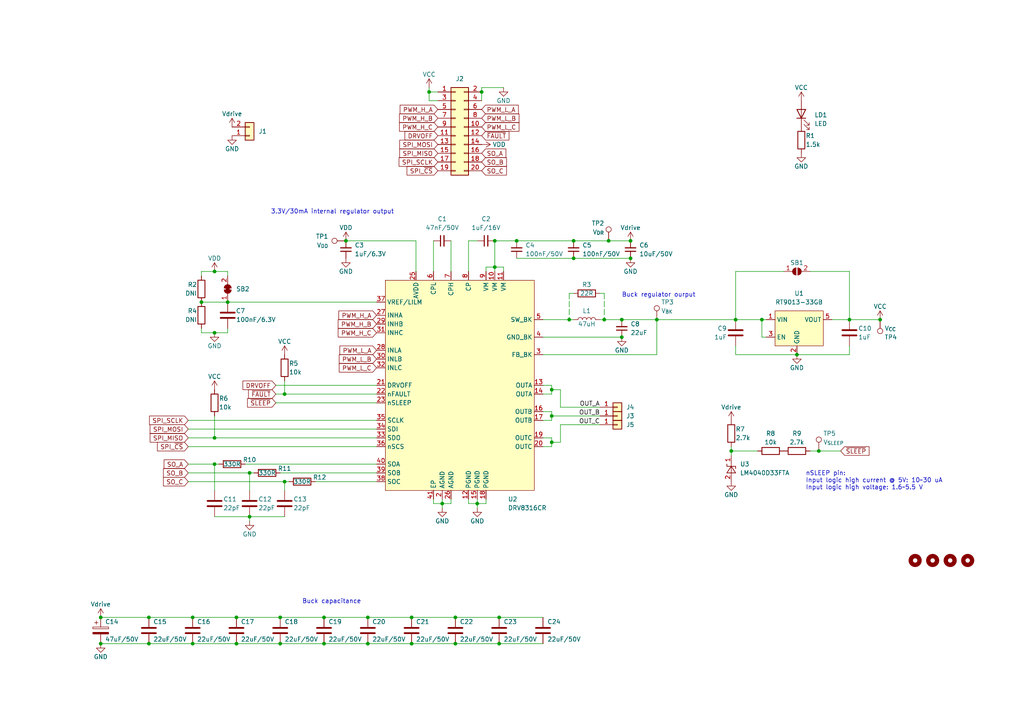
<source format=kicad_sch>
(kicad_sch (version 20230121) (generator eeschema)
  (paper "A4")
  (title_block (title "moco-BKD8316") (comment 1 "DRV8316 Breakout Board"))
  (lib_symbols
    (symbol "Connector:TestPoint" (pin_numbers hide) (pin_names (offset 0.762) hide)
      (property "Reference" "TP" (at 0 6.858 0))
      (property "Value" "TestPoint" (at 0 5.08 0))
      (symbol "TestPoint_0_1"
        (circle (center 0 3.302) (radius 0.762))
      )
      (symbol "TestPoint_1_1"
        (pin passive line (at 0 0 90) (length 2.54) (name "1") (number "1"))
      )
    )
    (symbol "Connector_Generic:Conn_01x01" (pin_names (offset 1.016) hide)
      (property "Reference" "J" (at 0 2.54 0))
      (property "Value" "Conn_01x01" (at 0 -2.54 0))
      (symbol "Conn_01x01_1_1"
        (rectangle (start -1.27 0.127) (end 0 -0.127) (stroke (width 0.1524)))
        (rectangle (start -1.27 1.27) (end 1.27 -1.27) (stroke (width 0.254)) (fill (type background)))
        (pin passive line (at -5.08 0 0) (length 3.81) (name "Pin_1") (number "1"))
      )
    )
    (symbol "Connector_Generic:Conn_01x02" (pin_names (offset 1.016) hide)
      (property "Reference" "J" (at 0 2.54 0))
      (property "Value" "Conn_01x02" (at 0 -5.08 0))
      (symbol "Conn_01x02_1_1"
        (rectangle (start -1.27 -2.413) (end 0 -2.667) (stroke (width 0.1524)))
        (rectangle (start -1.27 0.127) (end 0 -0.127) (stroke (width 0.1524)))
        (rectangle (start -1.27 1.27) (end 1.27 -3.81) (stroke (width 0.254)) (fill (type background)))
        (pin passive line (at -5.08 0 0) (length 3.81) (name "Pin_1") (number "1"))
        (pin passive line (at -5.08 -2.54 0) (length 3.81) (name "Pin_2") (number "2"))
      )
    )
    (symbol "Connector_Generic:Conn_02x10_Odd_Even" (pin_names (offset 1.016) hide)
      (property "Reference" "J" (at 1.27 12.7 0))
      (property "Value" "Conn_02x10_Odd_Even" (at 1.27 -15.24 0))
      (symbol "Conn_02x10_Odd_Even_1_1"
        (rectangle (start -1.27 -12.573) (end 0 -12.827) (stroke (width 0.1524)))
        (rectangle (start -1.27 -10.033) (end 0 -10.287) (stroke (width 0.1524)))
        (rectangle (start -1.27 -7.493) (end 0 -7.747) (stroke (width 0.1524)))
        (rectangle (start -1.27 -4.953) (end 0 -5.207) (stroke (width 0.1524)))
        (rectangle (start -1.27 -2.413) (end 0 -2.667) (stroke (width 0.1524)))
        (rectangle (start -1.27 0.127) (end 0 -0.127) (stroke (width 0.1524)))
        (rectangle (start -1.27 2.667) (end 0 2.413) (stroke (width 0.1524)))
        (rectangle (start -1.27 5.207) (end 0 4.953) (stroke (width 0.1524)))
        (rectangle (start -1.27 7.747) (end 0 7.493) (stroke (width 0.1524)))
        (rectangle (start -1.27 10.287) (end 0 10.033) (stroke (width 0.1524)))
        (rectangle (start -1.27 11.43) (end 3.81 -13.97) (stroke (width 0.254)) (fill (type background)))
        (rectangle (start 3.81 -12.573) (end 2.54 -12.827) (stroke (width 0.1524)))
        (rectangle (start 3.81 -10.033) (end 2.54 -10.287) (stroke (width 0.1524)))
        (rectangle (start 3.81 -7.493) (end 2.54 -7.747) (stroke (width 0.1524)))
        (rectangle (start 3.81 -4.953) (end 2.54 -5.207) (stroke (width 0.1524)))
        (rectangle (start 3.81 -2.413) (end 2.54 -2.667) (stroke (width 0.1524)))
        (rectangle (start 3.81 0.127) (end 2.54 -0.127) (stroke (width 0.1524)))
        (rectangle (start 3.81 2.667) (end 2.54 2.413) (stroke (width 0.1524)))
        (rectangle (start 3.81 5.207) (end 2.54 4.953) (stroke (width 0.1524)))
        (rectangle (start 3.81 7.747) (end 2.54 7.493) (stroke (width 0.1524)))
        (rectangle (start 3.81 10.287) (end 2.54 10.033) (stroke (width 0.1524)))
        (pin passive line (at -5.08 10.16 0) (length 3.81) (name "Pin_1") (number "1"))
        (pin passive line (at 7.62 0 180) (length 3.81) (name "Pin_10") (number "10"))
        (pin passive line (at -5.08 -2.54 0) (length 3.81) (name "Pin_11") (number "11"))
        (pin passive line (at 7.62 -2.54 180) (length 3.81) (name "Pin_12") (number "12"))
        (pin passive line (at -5.08 -5.08 0) (length 3.81) (name "Pin_13") (number "13"))
        (pin passive line (at 7.62 -5.08 180) (length 3.81) (name "Pin_14") (number "14"))
        (pin passive line (at -5.08 -7.62 0) (length 3.81) (name "Pin_15") (number "15"))
        (pin passive line (at 7.62 -7.62 180) (length 3.81) (name "Pin_16") (number "16"))
        (pin passive line (at -5.08 -10.16 0) (length 3.81) (name "Pin_17") (number "17"))
        (pin passive line (at 7.62 -10.16 180) (length 3.81) (name "Pin_18") (number "18"))
        (pin passive line (at -5.08 -12.7 0) (length 3.81) (name "Pin_19") (number "19"))
        (pin passive line (at 7.62 10.16 180) (length 3.81) (name "Pin_2") (number "2"))
        (pin passive line (at 7.62 -12.7 180) (length 3.81) (name "Pin_20") (number "20"))
        (pin passive line (at -5.08 7.62 0) (length 3.81) (name "Pin_3") (number "3"))
        (pin passive line (at 7.62 7.62 180) (length 3.81) (name "Pin_4") (number "4"))
        (pin passive line (at -5.08 5.08 0) (length 3.81) (name "Pin_5") (number "5"))
        (pin passive line (at 7.62 5.08 180) (length 3.81) (name "Pin_6") (number "6"))
        (pin passive line (at -5.08 2.54 0) (length 3.81) (name "Pin_7") (number "7"))
        (pin passive line (at 7.62 2.54 180) (length 3.81) (name "Pin_8") (number "8"))
        (pin passive line (at -5.08 0 0) (length 3.81) (name "Pin_9") (number "9"))
      )
    )
    (symbol "Device:C" (pin_numbers hide) (pin_names (offset 0.254))
      (property "Reference" "C" (at 0.635 2.54 0))
      (property "Value" "C" (at 0.635 -2.54 0))
      (symbol "C_0_1"
        (polyline (pts (xy -2.032 -0.762) (xy 2.032 -0.762)) (stroke (width 0.508)))
        (polyline (pts (xy -2.032 0.762) (xy 2.032 0.762)) (stroke (width 0.508)))
      )
      (symbol "C_1_1"
        (pin passive line (at 0 3.81 270) (length 2.794) (name "~") (number "1"))
        (pin passive line (at 0 -3.81 90) (length 2.794) (name "~") (number "2"))
      )
    )
    (symbol "Device:C_Polarized" (pin_numbers hide) (pin_names (offset 0.254))
      (property "Reference" "C" (at 0.635 2.54 0))
      (property "Value" "C_Polarized" (at 0.635 -2.54 0))
      (symbol "C_Polarized_0_1"
        (rectangle (start -2.286 0.508) (end 2.286 1.016))
        (polyline (pts (xy -1.778 2.286) (xy -0.762 2.286)))
        (polyline (pts (xy -1.27 2.794) (xy -1.27 1.778)))
        (rectangle (start 2.286 -0.508) (end -2.286 -1.016) (fill (type outline)))
      )
      (symbol "C_Polarized_1_1"
        (pin passive line (at 0 3.81 270) (length 2.794) (name "~") (number "1"))
        (pin passive line (at 0 -3.81 90) (length 2.794) (name "~") (number "2"))
      )
    )
    (symbol "Device:C_Small" (pin_numbers hide) (pin_names (offset 0.254) hide)
      (property "Reference" "C" (at 0.254 1.778 0))
      (property "Value" "C_Small" (at 0.254 -2.032 0))
      (symbol "C_Small_0_1"
        (polyline (pts (xy -1.524 -0.508) (xy 1.524 -0.508)) (stroke (width 0.3302)))
        (polyline (pts (xy -1.524 0.508) (xy 1.524 0.508)) (stroke (width 0.3048)))
      )
      (symbol "C_Small_1_1"
        (pin passive line (at 0 2.54 270) (length 2.032) (name "~") (number "1"))
        (pin passive line (at 0 -2.54 90) (length 2.032) (name "~") (number "2"))
      )
    )
    (symbol "Device:L" (pin_numbers hide) (pin_names (offset 1.016) hide)
      (property "Reference" "L" (at -1.27 0 90))
      (property "Value" "L" (at 1.905 0 90))
      (symbol "L_0_1"
        (arc (start 0 -2.54) (mid 0.6323 -1.905) (end 0 -1.27))
        (arc (start 0 -1.27) (mid 0.6323 -0.635) (end 0 0))
        (arc (start 0 0) (mid 0.6323 0.635) (end 0 1.27))
        (arc (start 0 1.27) (mid 0.6323 1.905) (end 0 2.54))
      )
      (symbol "L_1_1"
        (pin passive line (at 0 3.81 270) (length 1.27) (name "1") (number "1"))
        (pin passive line (at 0 -3.81 90) (length 1.27) (name "2") (number "2"))
      )
    )
    (symbol "Device:LED" (pin_numbers hide) (pin_names (offset 1.016) hide)
      (property "Reference" "D" (at 0 2.54 0))
      (property "Value" "LED" (at 0 -2.54 0))
      (symbol "LED_0_1"
        (polyline (pts (xy -1.27 -1.27) (xy -1.27 1.27)) (stroke (width 0.254)))
        (polyline (pts (xy -1.27 0) (xy 1.27 0)))
        (polyline (pts (xy 1.27 -1.27) (xy 1.27 1.27) (xy -1.27 0) (xy 1.27 -1.27)) (stroke (width 0.254)))
        (polyline (pts (xy -3.048 -0.762) (xy -4.572 -2.286) (xy -3.81 -2.286) (xy -4.572 -2.286) (xy -4.572 -1.524)))
        (polyline (pts (xy -1.778 -0.762) (xy -3.302 -2.286) (xy -2.54 -2.286) (xy -3.302 -2.286) (xy -3.302 -1.524)))
      )
      (symbol "LED_1_1"
        (pin passive line (at -3.81 0 0) (length 2.54) (name "K") (number "1"))
        (pin passive line (at 3.81 0 180) (length 2.54) (name "A") (number "2"))
      )
    )
    (symbol "Device:R" (pin_numbers hide) (pin_names (offset 0))
      (property "Reference" "R" (at 2.032 0 90))
      (property "Value" "R" (at 0 0 90))
      (symbol "R_0_1"
        (rectangle (start -1.016 -2.54) (end 1.016 2.54) (stroke (width 0.254)))
      )
      (symbol "R_1_1"
        (pin passive line (at 0 3.81 270) (length 1.27) (name "~") (number "1"))
        (pin passive line (at 0 -3.81 90) (length 1.27) (name "~") (number "2"))
      )
    )
    (symbol "Jumper:SolderJumper_2_Bridged" (pin_names (offset 0) hide)
      (property "Reference" "JP" (at 0 2.032 0))
      (property "Value" "SolderJumper_2_Bridged" (at 0 -2.54 0))
      (symbol "SolderJumper_2_Bridged_0_1"
        (rectangle (start -0.508 0.508) (end 0.508 -0.508) (fill (type outline)))
        (arc (start -0.254 1.016) (mid -1.2656 0) (end -0.254 -1.016))
        (arc (start -0.254 1.016) (mid -1.2656 0) (end -0.254 -1.016) (fill (type outline)))
        (polyline (pts (xy -0.254 1.016) (xy -0.254 -1.016)))
        (polyline (pts (xy 0.254 1.016) (xy 0.254 -1.016)))
        (arc (start 0.254 -1.016) (mid 1.2656 0) (end 0.254 1.016))
        (arc (start 0.254 -1.016) (mid 1.2656 0) (end 0.254 1.016) (fill (type outline)))
      )
      (symbol "SolderJumper_2_Bridged_1_1"
        (pin passive line (at -3.81 0 0) (length 2.54) (name "A") (number "1"))
        (pin passive line (at 3.81 0 180) (length 2.54) (name "B") (number "2"))
      )
    )
    (symbol "Jumper:SolderJumper_2_Open" (pin_names (offset 0) hide)
      (property "Reference" "JP" (at 0 2.032 0))
      (property "Value" "SolderJumper_2_Open" (at 0 -2.54 0))
      (symbol "SolderJumper_2_Open_0_1"
        (arc (start -0.254 1.016) (mid -1.2656 0) (end -0.254 -1.016))
        (arc (start -0.254 1.016) (mid -1.2656 0) (end -0.254 -1.016) (fill (type outline)))
        (polyline (pts (xy -0.254 1.016) (xy -0.254 -1.016)))
        (polyline (pts (xy 0.254 1.016) (xy 0.254 -1.016)))
        (arc (start 0.254 -1.016) (mid 1.2656 0) (end 0.254 1.016))
        (arc (start 0.254 -1.016) (mid 1.2656 0) (end 0.254 1.016) (fill (type outline)))
      )
      (symbol "SolderJumper_2_Open_1_1"
        (pin passive line (at -3.81 0 0) (length 2.54) (name "A") (number "1"))
        (pin passive line (at 3.81 0 180) (length 2.54) (name "B") (number "2"))
      )
    )
    (symbol "Mechanical:MountingHole" (pin_names (offset 1.016))
      (property "Reference" "H" (at 0 5.08 0))
      (property "Value" "MountingHole" (at 0 3.175 0))
      (symbol "MountingHole_0_1"
        (circle (center 0 0) (radius 1.27) (stroke (width 1.27)))
      )
    )
    (symbol "Reference_Voltage:LM4040DBZ-3" (pin_names (offset 0.0254) hide)
      (property "Reference" "U" (at 0 2.54 0))
      (property "Value" "LM4040DBZ-3" (at 0 -3.175 0))
      (symbol "LM4040DBZ-3_0_1"
        (polyline (pts (xy -1.27 0) (xy 0 0) (xy 1.27 0)))
        (polyline (pts (xy -1.27 -1.27) (xy 0.635 0) (xy -1.27 1.27) (xy -1.27 -1.27)) (stroke (width 0.2032)))
        (polyline (pts (xy 0 -1.27) (xy 0.635 -1.27) (xy 0.635 1.27) (xy 1.27 1.27)) (stroke (width 0.2032)))
      )
      (symbol "LM4040DBZ-3_1_1"
        (pin passive line (at 3.81 0 180) (length 2.54) (name "K") (number "1"))
        (pin passive line (at -3.81 0 0) (length 2.54) (name "A") (number "2"))
      )
    )
    (symbol "moco8316:DRV8316CR"
      (property "Reference" "U?" (at 20.32 -33.02 0))
      (property "Value" "DRV8316CR" (at 20.32 -30.48 0))
      (symbol "DRV8316CR_0_0"
        (pin no_connect non_logic (at 24.13 -20.32 180) (length 2.54) hide (name "NC") (number "1"))
        (pin power_in line (at 10.16 35.56 270) (length 2.54) (name "VM") (number "10"))
        (pin power_in line (at 12.7 35.56 270) (length 2.54) (name "VM") (number "11"))
        (pin power_in line (at 2.54 -30.48 90) (length 2.54) (name "PGND") (number "12"))
        (pin output line (at 24.13 2.54 180) (length 2.54) (name "OUTA") (number "13"))
        (pin output line (at 24.13 0 180) (length 2.54) (name "OUTA") (number "14"))
        (pin power_in line (at 5.08 -30.48 90) (length 2.54) (name "PGND") (number "15"))
        (pin output line (at 24.13 -5.08 180) (length 2.54) (name "OUTB") (number "16"))
        (pin output line (at 24.13 -7.62 180) (length 2.54) (name "OUTB") (number "17"))
        (pin power_in line (at 7.62 -30.48 90) (length 2.54) (name "PGND") (number "18"))
        (pin output line (at 24.13 -12.7 180) (length 2.54) (name "OUTC") (number "19"))
        (pin power_in line (at -5.08 -30.48 90) (length 2.54) (name "AGND") (number "2"))
        (pin output line (at 24.13 -15.24 180) (length 2.54) (name "OUTC") (number "20"))
        (pin input line (at -24.13 2.54 0) (length 2.54) (name "DRVOFF") (number "21"))
        (pin output line (at -24.13 0 0) (length 2.54) (name "nFAULT") (number "22"))
        (pin input line (at -24.13 -2.54 0) (length 2.54) (name "nSLEEP") (number "23"))
        (pin no_connect non_logic (at 24.13 -17.78 180) (length 2.54) hide (name "NC") (number "24"))
        (pin power_out line (at -12.7 35.56 270) (length 2.54) (name "AVDD") (number "25"))
        (pin power_in line (at -2.54 -30.48 90) (length 2.54) (name "AGND") (number "26"))
        (pin input line (at -24.13 22.86 0) (length 2.54) (name "INHA") (number "27"))
        (pin input line (at -24.13 12.7 0) (length 2.54) (name "INLA") (number "28"))
        (pin input line (at -24.13 20.32 0) (length 2.54) (name "INHB") (number "29"))
        (pin power_in line (at 24.13 11.43 180) (length 2.54) (name "FB_BK") (number "3"))
        (pin input line (at -24.13 10.16 0) (length 2.54) (name "INLB") (number "30"))
        (pin input line (at -24.13 17.78 0) (length 2.54) (name "INHC") (number "31"))
        (pin input line (at -24.13 7.62 0) (length 2.54) (name "INLC") (number "32"))
        (pin output line (at -24.13 -12.7 0) (length 2.54) (name "SDO") (number "33"))
        (pin input line (at -24.13 -10.16 0) (length 2.54) (name "SDI") (number "34"))
        (pin input line (at -24.13 -7.62 0) (length 2.54) (name "SCLK") (number "35"))
        (pin input line (at -24.13 -15.24 0) (length 2.54) (name "nSCS") (number "36"))
        (pin power_in line (at -24.13 26.67 0) (length 2.54) (name "VREF/LILM") (number "37"))
        (pin output line (at -24.13 -25.4 0) (length 2.54) (name "SOC") (number "38"))
        (pin output line (at -24.13 -22.86 0) (length 2.54) (name "SOB") (number "39"))
        (pin power_in line (at 24.13 16.51 180) (length 2.54) (name "GND_BK") (number "4"))
        (pin output line (at -24.13 -20.32 0) (length 2.54) (name "SOA") (number "40"))
        (pin power_in line (at -7.62 -30.48 90) (length 2.54) (name "EP") (number "41"))
        (pin power_out line (at 24.13 21.59 180) (length 2.54) (name "SW_BK") (number "5"))
        (pin power_in line (at -7.62 35.56 270) (length 2.54) (name "CPL") (number "6"))
        (pin power_in line (at -2.54 35.56 270) (length 2.54) (name "CPH") (number "7"))
        (pin power_out line (at 2.54 35.56 270) (length 2.54) (name "CP") (number "8"))
        (pin power_in line (at 7.62 35.56 270) (length 2.54) (name "VM") (number "9"))
      )
      (symbol "DRV8316CR_0_1"
        (rectangle (start -21.59 33.02) (end 21.59 -27.94) (fill (type background)))
      )
    )
    (symbol "power:GND" (power) (pin_names (offset 0))
      (property "Value" "GND" (at 0 -3.81 0))
      (symbol "GND_0_1"
        (polyline (pts (xy 0 0) (xy 0 -1.27) (xy 1.27 -1.27) (xy 0 -2.54) (xy -1.27 -1.27) (xy 0 -1.27)))
      )
      (symbol "GND_1_1"
        (pin power_in line (at 0 0 270) (length 0) hide (name "GND") (number "1"))
      )
    )
    (symbol "power:VCC" (power) (pin_names (offset 0))
      (property "Value" "VCC" (at 0 3.81 0))
      (symbol "VCC_0_1"
        (polyline (pts (xy -0.762 1.27) (xy 0 2.54)))
        (polyline (pts (xy 0 0) (xy 0 2.54)))
        (polyline (pts (xy 0 2.54) (xy 0.762 1.27)))
      )
      (symbol "VCC_1_1"
        (pin power_in line (at 0 0 90) (length 0) hide (name "VCC") (number "1"))
      )
    )
    (symbol "power:VDD" (power) (pin_names (offset 0))
      (property "Value" "VDD" (at 0 3.81 0))
      (symbol "VDD_0_1"
        (polyline (pts (xy -0.762 1.27) (xy 0 2.54)))
        (polyline (pts (xy 0 0) (xy 0 2.54)))
        (polyline (pts (xy 0 2.54) (xy 0.762 1.27)))
      )
      (symbol "VDD_1_1"
        (pin power_in line (at 0 0 90) (length 0) hide (name "VDD") (number "1"))
      )
    )
    (symbol "power:Vdrive" (power) (pin_names (offset 0))
      (property "Value" "Vdrive" (at 0 3.81 0))
      (symbol "Vdrive_0_1"
        (polyline (pts (xy -0.762 1.27) (xy 0 2.54)))
        (polyline (pts (xy 0 0) (xy 0 2.54)))
        (polyline (pts (xy 0 2.54) (xy 0.762 1.27)))
      )
      (symbol "Vdrive_1_1"
        (pin power_in line (at 0 0 90) (length 0) hide (name "Vdrive") (number "1"))
      )
    )
    (symbol "rp-micro:RT9013-33GB"
      (property "Reference" "U?" (at 0 8.89 0))
      (property "Value" "RT9013-33GB" (at 0 6.35 0))
      (symbol "RT9013-33GB_0_0"
        (pin no_connect non_logic (at 10.16 -2.54 180) (length 2.54) hide (name "NC") (number "4"))
      )
      (symbol "RT9013-33GB_0_1"
        (rectangle (start -6.35 5.08) (end 7.62 -5.08) (fill (type background)))
      )
      (symbol "RT9013-33GB_1_1"
        (pin power_in line (at -8.89 2.54 0) (length 2.54) (name "VIN") (number "1"))
        (pin power_in line (at 0 -7.62 90) (length 2.54) (name "GND") (number "2"))
        (pin input line (at -8.89 -2.54 0) (length 2.54) (name "EN") (number "3"))
        (pin power_out line (at 10.16 2.54 180) (length 2.54) (name "VOUT") (number "5"))
      )
    )
  )
  (junction (at 128.27 146.05))
  (junction (at 62.23 134.62))
  (junction (at 160.02 128.27))
  (junction (at 106.68 186.69))
  (junction (at 180.34 92.71))
  (junction (at 139.7 26.67))
  (junction (at 175.26 92.71))
  (junction (at 72.39 137.16))
  (junction (at 68.58 186.69))
  (junction (at 165.1 92.71))
  (junction (at 231.14 102.87))
  (junction (at 68.58 179.07))
  (junction (at 93.98 186.69))
  (junction (at 106.68 179.07))
  (junction (at 149.86 69.85))
  (junction (at 176.53 69.85))
  (junction (at 100.33 69.85))
  (junction (at 138.43 146.05))
  (junction (at 143.51 69.85))
  (junction (at 182.88 69.85))
  (junction (at 190.5 92.71))
  (junction (at 132.08 186.69))
  (junction (at 119.38 186.69))
  (junction (at 43.18 186.69))
  (junction (at 160.02 113.03))
  (junction (at 132.08 179.07))
  (junction (at 182.88 74.93))
  (junction (at 82.55 114.3))
  (junction (at 62.23 78.74))
  (junction (at 255.27 92.71))
  (junction (at 119.38 179.07))
  (junction (at 143.51 77.47))
  (junction (at 81.28 179.07))
  (junction (at 72.39 149.86))
  (junction (at 29.21 179.07))
  (junction (at 82.55 139.7))
  (junction (at 246.38 92.71))
  (junction (at 237.49 130.81))
  (junction (at 43.18 179.07))
  (junction (at 58.42 87.63))
  (junction (at 144.78 186.69))
  (junction (at 29.21 186.69))
  (junction (at 144.78 179.07))
  (junction (at 213.36 92.71))
  (junction (at 166.37 74.93))
  (junction (at 124.46 26.67))
  (junction (at 55.88 186.69))
  (junction (at 160.02 120.65))
  (junction (at 66.04 87.63))
  (junction (at 220.98 92.71))
  (junction (at 62.23 127))
  (junction (at 166.37 69.85))
  (junction (at 180.34 97.79))
  (junction (at 212.09 130.81))
  (junction (at 93.98 179.07))
  (junction (at 62.23 96.52))
  (junction (at 81.28 186.69))
  (junction (at 55.88 179.07))
  (wire (pts (xy 125.73 144.78) (xy 125.73 146.05)))
  (wire (pts (xy 139.7 29.21) (xy 139.7 26.67)))
  (wire (pts (xy 100.33 69.85) (xy 120.65 69.85)))
  (wire (pts (xy 138.43 144.78) (xy 138.43 146.05)))
  (wire (pts (xy 140.97 144.78) (xy 140.97 146.05)))
  (wire (pts (xy 160.02 128.27) (xy 160.02 129.54)))
  (wire (pts (xy 213.36 102.87) (xy 213.36 100.33)))
  (wire (pts (xy 160.02 121.92) (xy 157.48 121.92)))
  (wire (pts (xy 80.01 114.3) (xy 82.55 114.3)))
  (wire (pts (xy 43.18 179.07) (xy 29.21 179.07)))
  (wire (pts (xy 66.04 96.52) (xy 66.04 95.25)))
  (wire (pts (xy 144.78 186.69) (xy 157.48 186.69)))
  (wire (pts (xy 72.39 137.16) (xy 73.66 137.16)))
  (wire (pts (xy 72.39 142.24) (xy 72.39 137.16)))
  (wire (pts (xy 162.56 128.27) (xy 162.56 123.19)))
  (wire (pts (xy 54.61 124.46) (xy 109.22 124.46)))
  (wire (pts (xy 124.46 29.21) (xy 124.46 26.67)))
  (wire (pts (xy 80.01 116.84) (xy 109.22 116.84)))
  (wire (pts (xy 246.38 92.71) (xy 241.3 92.71)))
  (wire (pts (xy 128.27 144.78) (xy 128.27 146.05)))
  (wire (pts (xy 175.26 92.71) (xy 180.34 92.71)))
  (wire (pts (xy 220.98 92.71) (xy 222.25 92.71)))
  (wire (pts (xy 175.26 85.09) (xy 173.99 85.09)))
  (wire (pts (xy 157.48 102.87) (xy 190.5 102.87)))
  (wire (pts (xy 55.88 186.69) (xy 68.58 186.69)))
  (wire (pts (xy 130.81 144.78) (xy 130.81 146.05)))
  (wire (pts (xy 143.51 77.47) (xy 143.51 78.74)))
  (wire (pts (xy 66.04 87.63) (xy 109.22 87.63)))
  (wire (pts (xy 135.89 69.85) (xy 135.89 78.74)))
  (wire (pts (xy 93.98 179.07) (xy 106.68 179.07)))
  (wire (pts (xy 175.26 92.71) (xy 173.99 92.71)))
  (wire (pts (xy 82.55 114.3) (xy 109.22 114.3)))
  (wire (pts (xy 82.55 142.24) (xy 82.55 139.7)))
  (wire (pts (xy 120.65 69.85) (xy 120.65 78.74)))
  (wire (pts (xy 149.86 74.93) (xy 166.37 74.93)))
  (wire (pts (xy 160.02 120.65) (xy 160.02 121.92)))
  (wire (pts (xy 175.26 85.09) (xy 175.26 92.71)) (stroke (width 0) (type dash)))
  (wire (pts (xy 246.38 78.74) (xy 246.38 92.71)))
  (wire (pts (xy 165.1 85.09) (xy 165.1 92.71)) (stroke (width 0) (type dash)))
  (wire (pts (xy 106.68 179.07) (xy 119.38 179.07)))
  (wire (pts (xy 243.84 130.81) (xy 237.49 130.81)))
  (wire (pts (xy 146.05 77.47) (xy 146.05 78.74)))
  (wire (pts (xy 144.78 179.07) (xy 157.48 179.07)))
  (wire (pts (xy 160.02 120.65) (xy 173.99 120.65)))
  (wire (pts (xy 190.5 102.87) (xy 190.5 92.71)))
  (wire (pts (xy 135.89 146.05) (xy 138.43 146.05)))
  (wire (pts (xy 81.28 179.07) (xy 93.98 179.07)))
  (wire (pts (xy 138.43 69.85) (xy 135.89 69.85)))
  (wire (pts (xy 125.73 146.05) (xy 128.27 146.05)))
  (wire (pts (xy 162.56 123.19) (xy 173.99 123.19)))
  (wire (pts (xy 176.53 69.85) (xy 166.37 69.85)))
  (wire (pts (xy 66.04 78.74) (xy 62.23 78.74)))
  (wire (pts (xy 212.09 130.81) (xy 212.09 132.08)))
  (wire (pts (xy 62.23 127) (xy 109.22 127)))
  (wire (pts (xy 160.02 113.03) (xy 162.56 113.03)))
  (wire (pts (xy 157.48 111.76) (xy 160.02 111.76)))
  (wire (pts (xy 54.61 121.92) (xy 109.22 121.92)))
  (wire (pts (xy 82.55 110.49) (xy 82.55 114.3)))
  (wire (pts (xy 180.34 92.71) (xy 190.5 92.71)))
  (wire (pts (xy 140.97 146.05) (xy 138.43 146.05)))
  (wire (pts (xy 160.02 111.76) (xy 160.02 113.03)))
  (wire (pts (xy 54.61 137.16) (xy 72.39 137.16)))
  (wire (pts (xy 213.36 92.71) (xy 220.98 92.71)))
  (wire (pts (xy 157.48 114.3) (xy 160.02 114.3)))
  (wire (pts (xy 162.56 118.11) (xy 173.99 118.11)))
  (wire (pts (xy 58.42 96.52) (xy 58.42 95.25)))
  (wire (pts (xy 219.71 130.81) (xy 212.09 130.81)))
  (wire (pts (xy 55.88 179.07) (xy 68.58 179.07)))
  (wire (pts (xy 58.42 78.74) (xy 58.42 80.01)))
  (wire (pts (xy 124.46 26.67) (xy 127 26.67)))
  (wire (pts (xy 132.08 186.69) (xy 144.78 186.69)))
  (wire (pts (xy 190.5 92.71) (xy 213.36 92.71)))
  (wire (pts (xy 143.51 69.85) (xy 143.51 77.47)))
  (wire (pts (xy 166.37 74.93) (xy 182.88 74.93)))
  (wire (pts (xy 162.56 113.03) (xy 162.56 118.11)))
  (wire (pts (xy 246.38 102.87) (xy 246.38 100.33)))
  (wire (pts (xy 125.73 69.85) (xy 125.73 78.74)))
  (wire (pts (xy 143.51 77.47) (xy 146.05 77.47)))
  (wire (pts (xy 43.18 186.69) (xy 29.21 186.69)))
  (wire (pts (xy 68.58 186.69) (xy 81.28 186.69)))
  (wire (pts (xy 160.02 129.54) (xy 157.48 129.54)))
  (wire (pts (xy 82.55 139.7) (xy 83.82 139.7)))
  (wire (pts (xy 160.02 119.38) (xy 160.02 120.65)))
  (wire (pts (xy 119.38 179.07) (xy 132.08 179.07)))
  (wire (pts (xy 130.81 69.85) (xy 130.81 78.74)))
  (wire (pts (xy 93.98 186.69) (xy 81.28 186.69)))
  (wire (pts (xy 234.95 130.81) (xy 237.49 130.81)))
  (wire (pts (xy 157.48 127) (xy 160.02 127)))
  (wire (pts (xy 149.86 69.85) (xy 143.51 69.85)))
  (wire (pts (xy 139.7 26.67) (xy 139.7 25.4)))
  (wire (pts (xy 80.01 111.76) (xy 109.22 111.76)))
  (wire (pts (xy 62.23 142.24) (xy 62.23 134.62)))
  (wire (pts (xy 140.97 77.47) (xy 140.97 78.74)))
  (wire (pts (xy 130.81 146.05) (xy 128.27 146.05)))
  (wire (pts (xy 231.14 102.87) (xy 246.38 102.87)))
  (wire (pts (xy 62.23 149.86) (xy 72.39 149.86)))
  (wire (pts (xy 71.12 134.62) (xy 109.22 134.62)))
  (wire (pts (xy 157.48 97.79) (xy 180.34 97.79)))
  (wire (pts (xy 246.38 92.71) (xy 255.27 92.71)))
  (wire (pts (xy 54.61 134.62) (xy 62.23 134.62)))
  (wire (pts (xy 149.86 69.85) (xy 166.37 69.85)))
  (wire (pts (xy 127 29.21) (xy 124.46 29.21)))
  (wire (pts (xy 81.28 137.16) (xy 109.22 137.16)))
  (wire (pts (xy 176.53 69.85) (xy 182.88 69.85)))
  (wire (pts (xy 220.98 97.79) (xy 220.98 92.71)))
  (wire (pts (xy 93.98 186.69) (xy 106.68 186.69)))
  (wire (pts (xy 54.61 139.7) (xy 82.55 139.7)))
  (wire (pts (xy 212.09 129.54) (xy 212.09 130.81)))
  (wire (pts (xy 234.95 78.74) (xy 246.38 78.74)))
  (wire (pts (xy 132.08 179.07) (xy 144.78 179.07)))
  (wire (pts (xy 227.33 78.74) (xy 213.36 78.74)))
  (wire (pts (xy 165.1 92.71) (xy 166.37 92.71)))
  (wire (pts (xy 62.23 134.62) (xy 63.5 134.62)))
  (wire (pts (xy 66.04 96.52) (xy 62.23 96.52)))
  (wire (pts (xy 128.27 146.05) (xy 128.27 147.32)))
  (wire (pts (xy 43.18 179.07) (xy 55.88 179.07)))
  (wire (pts (xy 62.23 96.52) (xy 58.42 96.52)))
  (wire (pts (xy 54.61 127) (xy 62.23 127)))
  (wire (pts (xy 222.25 97.79) (xy 220.98 97.79)))
  (wire (pts (xy 160.02 113.03) (xy 160.02 114.3)))
  (wire (pts (xy 213.36 78.74) (xy 213.36 92.71)))
  (wire (pts (xy 165.1 85.09) (xy 166.37 85.09)))
  (wire (pts (xy 66.04 87.63) (xy 58.42 87.63)))
  (wire (pts (xy 43.18 186.69) (xy 55.88 186.69)))
  (wire (pts (xy 54.61 129.54) (xy 109.22 129.54)))
  (wire (pts (xy 140.97 77.47) (xy 143.51 77.47)))
  (wire (pts (xy 213.36 102.87) (xy 231.14 102.87)))
  (wire (pts (xy 160.02 128.27) (xy 162.56 128.27)))
  (wire (pts (xy 106.68 186.69) (xy 119.38 186.69)))
  (wire (pts (xy 138.43 146.05) (xy 138.43 147.32)))
  (wire (pts (xy 139.7 25.4) (xy 146.05 25.4)))
  (wire (pts (xy 135.89 144.78) (xy 135.89 146.05)))
  (wire (pts (xy 68.58 179.07) (xy 81.28 179.07)))
  (wire (pts (xy 119.38 186.69) (xy 132.08 186.69)))
  (wire (pts (xy 157.48 92.71) (xy 165.1 92.71)))
  (wire (pts (xy 62.23 120.65) (xy 62.23 127)))
  (wire (pts (xy 66.04 78.74) (xy 66.04 80.01)))
  (wire (pts (xy 91.44 139.7) (xy 109.22 139.7)))
  (wire (pts (xy 72.39 151.13) (xy 72.39 149.86)))
  (wire (pts (xy 157.48 119.38) (xy 160.02 119.38)))
  (wire (pts (xy 124.46 26.67) (xy 124.46 25.4)))
  (wire (pts (xy 160.02 127) (xy 160.02 128.27)))
  (wire (pts (xy 62.23 78.74) (xy 58.42 78.74)))
  (wire (pts (xy 72.39 149.86) (xy 82.55 149.86)))
  (text "3.3V/30mA internal regulator output" (at 114.3 62.23 0) (effects (font (size 1.27 1.27)) (justify right bottom)))
  (text "nSLEEP pin:\nInput logic high current @ 5V: 10~30 uA\nInput logic high voltage: 1.6~5.5 V" (at 233.68 142.24 0) (effects (font (size 1.27 1.27)) (justify left bottom)))
  (text "Buck regulator ourput" (at 180.34 86.36 0) (effects (font (size 1.27 1.27)) (justify left bottom)))
  (text "Buck capacitance" (at 87.63 175.26 0) (effects (font (size 1.27 1.27)) (justify left bottom)))
  (label "OUT_C" (at 173.99 123.19 180))
  (label "OUT_A" (at 173.99 118.11 180))
  (label "OUT_B" (at 173.99 120.65 180))
  (global_label "SO_B" (shape input) (at 139.7 46.99 0) (property "Intersheetrefs" "${INTERSHEET_REFS}" (effects hide)))
  (global_label "PWM_H_A" (shape input) (at 109.22 91.44 180) (property "Intersheetrefs" "${INTERSHEET_REFS}" (effects hide)))
  (global_label "PWM_H_B" (shape input) (at 127 34.29 180) (property "Intersheetrefs" "${INTERSHEET_REFS}" (effects hide)))
  (global_label "SPI_MOSI" (shape input) (at 54.61 124.46 180) (property "Intersheetrefs" "${INTERSHEET_REFS}" (effects hide)))
  (global_label "~{FAULT}" (shape input) (at 139.7 39.37 0) (property "Intersheetrefs" "${INTERSHEET_REFS}" (effects hide)))
  (global_label "PWM_H_B" (shape input) (at 109.22 93.98 180) (property "Intersheetrefs" "${INTERSHEET_REFS}" (effects hide)))
  (global_label "PWM_L_B" (shape input) (at 109.22 104.14 180) (property "Intersheetrefs" "${INTERSHEET_REFS}" (effects hide)))
  (global_label "~{SLEEP}" (shape input) (at 243.84 130.81 0) (property "Intersheetrefs" "${INTERSHEET_REFS}" (effects hide)))
  (global_label "PWM_L_A" (shape input) (at 109.22 101.6 180) (property "Intersheetrefs" "${INTERSHEET_REFS}" (effects hide)))
  (global_label "SPI_~{CS}" (shape input) (at 54.61 129.54 180) (property "Intersheetrefs" "${INTERSHEET_REFS}" (effects hide)))
  (global_label "SPI_SCLK" (shape input) (at 127 46.99 180) (property "Intersheetrefs" "${INTERSHEET_REFS}" (effects hide)))
  (global_label "SPI_MISO" (shape input) (at 127 44.45 180) (property "Intersheetrefs" "${INTERSHEET_REFS}" (effects hide)))
  (global_label "DRVOFF" (shape input) (at 80.01 111.76 180) (property "Intersheetrefs" "${INTERSHEET_REFS}" (effects hide)))
  (global_label "SPI_MISO" (shape input) (at 54.61 127 180) (property "Intersheetrefs" "${INTERSHEET_REFS}" (effects hide)))
  (global_label "SO_C" (shape input) (at 139.7 49.53 0) (property "Intersheetrefs" "${INTERSHEET_REFS}" (effects hide)))
  (global_label "SPI_MOSI" (shape input) (at 127 41.91 180) (property "Intersheetrefs" "${INTERSHEET_REFS}" (effects hide)))
  (global_label "SPI_~{CS}" (shape input) (at 127 49.53 180) (property "Intersheetrefs" "${INTERSHEET_REFS}" (effects hide)))
  (global_label "SPI_SCLK" (shape input) (at 54.61 121.92 180) (property "Intersheetrefs" "${INTERSHEET_REFS}" (effects hide)))
  (global_label "SO_A" (shape input) (at 139.7 44.45 0) (property "Intersheetrefs" "${INTERSHEET_REFS}" (effects hide)))
  (global_label "PWM_L_B" (shape input) (at 139.7 34.29 0) (property "Intersheetrefs" "${INTERSHEET_REFS}" (effects hide)))
  (global_label "PWM_H_C" (shape input) (at 127 36.83 180) (property "Intersheetrefs" "${INTERSHEET_REFS}" (effects hide)))
  (global_label "PWM_H_C" (shape input) (at 109.22 96.52 180) (property "Intersheetrefs" "${INTERSHEET_REFS}" (effects hide)))
  (global_label "PWM_L_C" (shape input) (at 109.22 106.68 180) (property "Intersheetrefs" "${INTERSHEET_REFS}" (effects hide)))
  (global_label "~{SLEEP}" (shape input) (at 80.01 116.84 180) (property "Intersheetrefs" "${INTERSHEET_REFS}" (effects hide)))
  (global_label "SO_B" (shape input) (at 54.61 137.16 180) (property "Intersheetrefs" "${INTERSHEET_REFS}" (effects hide)))
  (global_label "PWM_H_A" (shape input) (at 127 31.75 180) (property "Intersheetrefs" "${INTERSHEET_REFS}" (effects hide)))
  (global_label "DRVOFF" (shape input) (at 127 39.37 180) (property "Intersheetrefs" "${INTERSHEET_REFS}" (effects hide)))
  (global_label "PWM_L_A" (shape input) (at 139.7 31.75 0) (property "Intersheetrefs" "${INTERSHEET_REFS}" (effects hide)))
  (global_label "SO_C" (shape input) (at 54.61 139.7 180) (property "Intersheetrefs" "${INTERSHEET_REFS}" (effects hide)))
  (global_label "SO_A" (shape input) (at 54.61 134.62 180) (property "Intersheetrefs" "${INTERSHEET_REFS}" (effects hide)))
  (global_label "~{FAULT}" (shape input) (at 80.01 114.3 180) (property "Intersheetrefs" "${INTERSHEET_REFS}" (effects hide)))
  (global_label "PWM_L_C" (shape input) (at 139.7 36.83 0) (property "Intersheetrefs" "${INTERSHEET_REFS}" (effects hide)))
  (symbol (lib_id "Device:C") (at 82.55 146.05 0) (mirror y) (unit 1)
    (property "Reference" "C13" (at 85.09 144.78 0) (effects (justify right)))
    (property "Value" "22pF" (at 85.09 147.32 0) (effects (justify right)))
    (property "Footprint" "Capacitor_SMD:C_0603_1608Metric" (effects hide))
  )
  (symbol (lib_id "Connector_Generic:Conn_01x01") (at 179.07 118.11 0) (unit 1)
    (property "Reference" "J4" (at 181.61 118.11 0) (effects (justify left)))
    (property "Value" "Conn_01x01" (effects hide))
    (property "Footprint" "moco:wire_3.2mm" (effects hide))
  )
  (symbol (lib_id "power:VDD") (at 62.23 78.74 0) (mirror y) (unit 1)
    (property "Reference" "#PWR012" (effects hide))
    (property "Value" "VDD" (at 62.23 74.93 0))
  )
  (symbol (lib_id "Device:C") (at 106.68 182.88 0) (mirror y) (unit 1)
    (property "Reference" "C20" (at 107.95 180.34 0) (effects (justify right)))
    (property "Value" "22uF/50V" (at 107.95 185.42 0) (effects (justify right)))
    (property "Footprint" "Capacitor_SMD:C_0805_2012Metric" (effects hide))
  )
  (symbol (lib_id "Device:C") (at 62.23 146.05 0) (mirror y) (unit 1)
    (property "Reference" "C11" (at 64.77 144.78 0) (effects (justify right)))
    (property "Value" "22pF" (at 64.77 147.32 0) (effects (justify right)))
    (property "Footprint" "Capacitor_SMD:C_0603_1608Metric" (effects hide))
  )
  (symbol (lib_id "power:Vdrive") (at 29.21 179.07 0) (unit 1)
    (property "Reference" "#PWR024" (effects hide))
    (property "Value" "Vdrive" (at 29.21 175.26 0))
  )
  (symbol (lib_id "power:VCC") (at 82.55 102.87 0) (unit 1)
    (property "Reference" "#PWR016" (effects hide))
    (property "Value" "VCC" (at 82.55 99.06 0))
  )
  (symbol (lib_id "power:GND") (at 212.09 139.7 0) (unit 1)
    (property "Reference" "#PWR020" (effects hide))
    (property "Value" "GND" (at 212.09 143.51 0))
  )
  (symbol (lib_id "Device:C") (at 93.98 182.88 0) (mirror y) (unit 1)
    (property "Reference" "C19" (at 95.25 180.34 0) (effects (justify right)))
    (property "Value" "22uF/50V" (at 95.25 185.42 0) (effects (justify right)))
    (property "Footprint" "Capacitor_SMD:C_0805_2012Metric" (effects hide))
  )
  (symbol (lib_id "Connector_Generic:Conn_02x10_Odd_Even") (at 132.08 36.83 0) (unit 1)
    (property "Reference" "J2" (at 133.35 22.86 0))
    (property "Value" "Conn_02x10_Odd_Even" (effects hide))
    (property "Footprint" "Connector_PinSocket_2.54mm:PinSocket_2x10_P2.54mm_Vertical" (effects hide))
  )
  (symbol (lib_id "Mechanical:MountingHole") (at 280.67 162.56 0) (unit 1)
    (property "Reference" "H4" (effects hide))
    (property "Value" "MountingHole" (effects hide))
    (property "Footprint" "MountingHole:MountingHole_3.2mm_M3" (effects hide))
  )
  (symbol (lib_id "Device:C_Small") (at 100.33 72.39 180) (unit 1)
    (property "Reference" "C3" (at 102.87 71.1135 0) (effects (justify right)))
    (property "Value" "1uF/6.3V" (at 102.87 73.6535 0) (effects (justify right)))
    (property "Footprint" "Capacitor_SMD:C_0603_1608Metric" (effects hide))
  )
  (symbol (lib_id "power:GND") (at 146.05 25.4 0) (unit 1)
    (property "Reference" "#PWR02" (effects hide))
    (property "Value" "GND" (at 146.05 29.21 0))
  )
  (symbol (lib_id "Device:R") (at 170.18 85.09 90) (unit 1)
    (property "Reference" "R3" (at 170.18 82.55 90))
    (property "Value" "22R" (at 170.18 85.09 90))
    (property "Footprint" "Resistor_SMD:R_0603_1608Metric" (effects hide))
  )
  (symbol (lib_id "Connector:TestPoint") (at 255.27 92.71 0) (mirror x) (unit 1)
    (property "Reference" "TP4" (at 256.54 97.79 0) (effects (justify left)))
    (property "Value" "V_{CC}" (at 256.54 95.25 0) (effects (justify left)))
    (property "Footprint" "TestPoint:TestPoint_Pad_D1.0mm" (effects hide))
  )
  (symbol (lib_id "power:VCC") (at 62.23 113.03 0) (unit 1)
    (property "Reference" "#PWR018" (effects hide))
    (property "Value" "VCC" (at 62.23 109.22 0))
  )
  (symbol (lib_id "Connector:TestPoint") (at 176.53 69.85 0) (mirror y) (unit 1)
    (property "Reference" "TP2" (at 175.26 64.77 0) (effects (justify left)))
    (property "Value" "V_{DR}" (at 175.26 67.31 0) (effects (justify left)))
    (property "Footprint" "TestPoint:TestPoint_Pad_D1.0mm" (effects hide))
  )
  (symbol (lib_id "Connector:TestPoint") (at 100.33 69.85 90) (unit 1)
    (property "Reference" "TP1" (at 95.25 68.58 90) (effects (justify left)))
    (property "Value" "V_{DD}" (at 95.25 71.12 90) (effects (justify left)))
    (property "Footprint" "TestPoint:TestPoint_Pad_D1.0mm" (effects hide))
  )
  (symbol (lib_id "power:GND") (at 138.43 147.32 0) (unit 1)
    (property "Reference" "#PWR022" (effects hide))
    (property "Value" "GND" (at 138.43 151.13 0))
  )
  (symbol (lib_id "power:Vdrive") (at 182.88 69.85 0) (unit 1)
    (property "Reference" "#PWR09" (effects hide))
    (property "Value" "Vdrive" (at 182.88 66.04 0))
  )
  (symbol (lib_id "power:Vdrive") (at 67.31 36.83 0) (unit 1)
    (property "Reference" "#PWR04" (effects hide))
    (property "Value" "Vdrive" (at 67.31 33.02 0))
  )
  (symbol (lib_id "Device:C") (at 213.36 96.52 0) (unit 1)
    (property "Reference" "C9" (at 210.82 95.25 0) (effects (justify right)))
    (property "Value" "1uF" (at 210.82 97.79 0) (effects (justify right)))
    (property "Footprint" "Capacitor_SMD:C_0603_1608Metric" (effects hide))
  )
  (symbol (lib_id "Device:C_Small") (at 128.27 69.85 90) (unit 1)
    (property "Reference" "C1" (at 128.2763 63.5 90))
    (property "Value" "47nF/50V" (at 128.2763 66.04 90))
    (property "Footprint" "Capacitor_SMD:C_0603_1608Metric" (effects hide))
  )
  (symbol (lib_id "Device:C") (at 55.88 182.88 0) (mirror y) (unit 1)
    (property "Reference" "C16" (at 57.15 180.34 0) (effects (justify right)))
    (property "Value" "22uF/50V" (at 57.15 185.42 0) (effects (justify right)))
    (property "Footprint" "Capacitor_SMD:C_0805_2012Metric" (effects hide))
  )
  (symbol (lib_id "Device:R") (at 58.42 83.82 0) (mirror y) (unit 1)
    (property "Reference" "R2" (at 57.15 82.55 0) (effects (justify left)))
    (property "Value" "DNI" (at 57.15 85.09 0) (effects (justify left)))
    (property "Footprint" "Resistor_SMD:R_0603_1608Metric" (effects hide))
  )
  (symbol (lib_id "power:VCC") (at 255.27 92.71 0) (unit 1)
    (property "Reference" "#PWR013" (effects hide))
    (property "Value" "VCC" (at 255.27 88.9 0))
  )
  (symbol (lib_id "Device:C_Small") (at 182.88 72.39 180) (unit 1)
    (property "Reference" "C6" (at 185.42 71.12 0) (effects (justify right)))
    (property "Value" "10uF/50V" (at 185.42 73.66 0) (effects (justify right)))
    (property "Footprint" "Capacitor_SMD:C_0805_2012Metric" (effects hide))
    (property "LCSC" "C440198" (effects hide))
    (property "MFR. Part#" "GRM21BR61H106KE43L" (effects hide))
  )
  (symbol (lib_id "Device:R") (at 77.47 137.16 90) (unit 1)
    (property "Reference" "R11" (at 82.55 135.89 90))
    (property "Value" "330R" (at 77.47 137.16 90))
    (property "Footprint" "Resistor_SMD:R_0603_1608Metric" (effects hide))
  )
  (symbol (lib_id "Device:C") (at 66.04 91.44 0) (unit 1)
    (property "Reference" "C7" (at 71.12 90.17 0) (effects (justify right)))
    (property "Value" "100nF/6.3V" (at 80.01 92.71 0) (effects (justify right)))
    (property "Footprint" "Capacitor_SMD:C_0603_1608Metric" (effects hide))
  )
  (symbol (lib_id "Device:C") (at 132.08 182.88 0) (mirror y) (unit 1)
    (property "Reference" "C22" (at 133.35 180.34 0) (effects (justify right)))
    (property "Value" "22uF/50V" (at 133.35 185.42 0) (effects (justify right)))
    (property "Footprint" "Capacitor_SMD:C_0805_2012Metric" (effects hide))
  )
  (symbol (lib_id "Device:C") (at 144.78 182.88 0) (mirror y) (unit 1)
    (property "Reference" "C23" (at 146.05 180.34 0) (effects (justify right)))
    (property "Value" "22uF/50V" (at 146.05 185.42 0) (effects (justify right)))
    (property "Footprint" "Capacitor_SMD:C_0805_2012Metric" (effects hide))
  )
  (symbol (lib_id "Device:R") (at 58.42 91.44 0) (mirror y) (unit 1)
    (property "Reference" "R4" (at 57.15 90.17 0) (effects (justify left)))
    (property "Value" "DNI" (at 57.15 92.71 0) (effects (justify left)))
    (property "Footprint" "Resistor_SMD:R_0603_1608Metric" (effects hide))
  )
  (symbol (lib_id "Device:C_Small") (at 180.34 95.25 180) (unit 1)
    (property "Reference" "C8" (at 182.88 93.9735 0) (effects (justify right)))
    (property "Value" "22uF" (at 182.88 96.5135 0) (effects (justify right)))
    (property "Footprint" "Capacitor_SMD:C_0603_1608Metric" (effects hide))
  )
  (symbol (lib_id "power:GND") (at 231.14 102.87 0) (unit 1)
    (property "Reference" "#PWR017" (effects hide))
    (property "Value" "GND" (at 231.14 106.68 0))
  )
  (symbol (lib_id "power:GND") (at 72.39 151.13 0) (unit 1)
    (property "Reference" "#PWR023" (effects hide))
    (property "Value" "GND" (at 72.39 154.94 0))
  )
  (symbol (lib_id "power:GND") (at 62.23 96.52 0) (mirror y) (unit 1)
    (property "Reference" "#PWR014" (effects hide))
    (property "Value" "GND" (at 62.23 100.33 0))
  )
  (symbol (lib_id "power:GND") (at 232.41 44.45 0) (unit 1)
    (property "Reference" "#PWR07" (effects hide))
    (property "Value" "GND" (at 232.41 48.26 0))
  )
  (symbol (lib_id "Mechanical:MountingHole") (at 265.43 162.56 0) (unit 1)
    (property "Reference" "H1" (effects hide))
    (property "Value" "MountingHole" (effects hide))
    (property "Footprint" "MountingHole:MountingHole_3.2mm_M3" (effects hide))
  )
  (symbol (lib_id "Device:R") (at 82.55 106.68 0) (unit 1)
    (property "Reference" "R5" (at 83.82 105.41 0) (effects (justify left)))
    (property "Value" "10k" (at 83.82 107.95 0) (effects (justify left)))
    (property "Footprint" "Resistor_SMD:R_0603_1608Metric" (effects hide))
  )
  (symbol (lib_id "Mechanical:MountingHole") (at 275.59 162.56 0) (unit 1)
    (property "Reference" "H3" (effects hide))
    (property "Value" "MountingHole" (effects hide))
    (property "Footprint" "MountingHole:MountingHole_3.2mm_M3" (effects hide))
  )
  (symbol (lib_id "Device:C_Small") (at 166.37 72.39 180) (unit 1)
    (property "Reference" "C5" (at 168.91 71.12 0) (effects (justify right)))
    (property "Value" "100nF/50V" (at 168.91 73.66 0) (effects (justify right)))
    (property "Footprint" "Capacitor_SMD:C_0603_1608Metric" (effects hide))
  )
  (symbol (lib_id "Device:R") (at 212.09 125.73 0) (unit 1)
    (property "Reference" "R7" (at 213.36 124.46 0) (effects (justify left)))
    (property "Value" "2.7k" (at 213.36 127 0) (effects (justify left)))
    (property "Footprint" "Resistor_SMD:R_0603_1608Metric" (effects hide))
  )
  (symbol (lib_id "Reference_Voltage:LM4040DBZ-3") (at 212.09 135.89 90) (unit 1)
    (property "Reference" "U3" (at 214.63 134.6199 90) (effects (justify right)))
    (property "Value" "LM4040D33FTA" (at 214.63 137.1599 90) (effects (justify right)))
    (property "Footprint" "Package_TO_SOT_SMD:SOT-23" (effects hide))
    (property "Datasheet" "https://www.diodes.com/assets/Datasheets/LM4040.pdf" (effects hide))
  )
  (symbol (lib_id "Device:R") (at 231.14 130.81 90) (unit 1)
    (property "Reference" "R9" (at 231.14 125.73 90))
    (property "Value" "2.7k" (at 231.14 128.27 90))
    (property "Footprint" "Resistor_SMD:R_0603_1608Metric" (effects hide))
  )
  (symbol (lib_id "Device:R") (at 87.63 139.7 90) (unit 1)
    (property "Reference" "R12" (at 92.71 138.43 90))
    (property "Value" "330R" (at 87.63 139.7 90))
    (property "Footprint" "Resistor_SMD:R_0603_1608Metric" (effects hide))
  )
  (symbol (lib_id "Device:C_Small") (at 140.97 69.85 90) (unit 1)
    (property "Reference" "C2" (at 140.9763 63.5 90))
    (property "Value" "1uF/16V" (at 140.97 66.04 90))
    (property "Footprint" "Capacitor_SMD:C_0603_1608Metric" (effects hide))
  )
  (symbol (lib_id "power:VCC") (at 232.41 29.21 0) (unit 1)
    (property "Reference" "#PWR03" (effects hide))
    (property "Value" "VCC" (at 232.41 25.4 0))
  )
  (symbol (lib_id "Device:R") (at 67.31 134.62 90) (unit 1)
    (property "Reference" "R10" (at 72.39 133.35 90))
    (property "Value" "330R" (at 67.31 134.62 90))
    (property "Footprint" "Resistor_SMD:R_0603_1608Metric" (effects hide))
  )
  (symbol (lib_id "Connector_Generic:Conn_01x01") (at 179.07 123.19 0) (unit 1)
    (property "Reference" "J5" (at 181.61 123.19 0) (effects (justify left)))
    (property "Value" "Conn_01x01" (effects hide))
    (property "Footprint" "moco:wire_3.2mm" (effects hide))
  )
  (symbol (lib_id "power:GND") (at 100.33 74.93 0) (unit 1)
    (property "Reference" "#PWR010" (effects hide))
    (property "Value" "GND" (at 100.33 78.74 0))
  )
  (symbol (lib_id "Device:C") (at 81.28 182.88 0) (mirror y) (unit 1)
    (property "Reference" "C18" (at 82.55 180.34 0) (effects (justify right)))
    (property "Value" "22uF/50V" (at 82.55 185.42 0) (effects (justify right)))
    (property "Footprint" "Capacitor_SMD:C_0805_2012Metric" (effects hide))
  )
  (symbol (lib_id "power:VDD") (at 100.33 69.85 0) (unit 1)
    (property "Reference" "#PWR08" (effects hide))
    (property "Value" "VDD" (at 100.33 66.04 0))
  )
  (symbol (lib_id "power:GND") (at 180.34 97.79 0) (unit 1)
    (property "Reference" "#PWR015" (effects hide))
    (property "Value" "GND" (at 180.34 101.6 0))
  )
  (symbol (lib_id "Device:R") (at 232.41 40.64 0) (unit 1)
    (property "Reference" "R1" (at 233.68 39.37 0) (effects (justify left)))
    (property "Value" "1.5k" (at 233.68 41.91 0) (effects (justify left)))
    (property "Footprint" "Resistor_SMD:R_0603_1608Metric" (effects hide))
  )
  (symbol (lib_id "power:GND") (at 182.88 74.93 0) (unit 1)
    (property "Reference" "#PWR011" (effects hide))
    (property "Value" "GND" (at 182.88 78.74 0))
  )
  (symbol (lib_id "rp-micro:RT9013-33GB") (at 231.14 95.25 0) (unit 1)
    (property "Reference" "U1" (at 231.775 85.09 0))
    (property "Value" "RT9013-33GB" (at 231.775 87.63 0))
    (property "Footprint" "Package_TO_SOT_SMD:SOT-23-5" (effects hide))
  )
  (symbol (lib_id "Jumper:SolderJumper_2_Bridged") (at 66.04 83.82 270) (mirror x) (unit 1)
    (property "Reference" "SB2" (at 72.39 83.82 90) (effects (justify right)))
    (property "Value" "SolderJumper_2_Bridged" (effects hide))
    (property "Footprint" "Jumper:SolderJumper-2_P1.3mm_Bridged_RoundedPad1.0x1.5mm" (effects hide))
  )
  (symbol (lib_id "Device:L") (at 170.18 92.71 90) (unit 1)
    (property "Reference" "L1" (at 170.18 90.17 90))
    (property "Value" "47uH" (at 170.18 93.98 90))
    (property "Footprint" "Inductor_SMD:L_Taiyo-Yuden_NR-50xx" (effects hide))
    (property "MFR. Part#" "SM4532-470MT" (effects hide))
    (property "LCSC" "C9899" (effects hide))
  )
  (symbol (lib_id "Device:C") (at 43.18 182.88 0) (mirror y) (unit 1)
    (property "Reference" "C15" (at 44.45 180.34 0) (effects (justify right)))
    (property "Value" "22uF/50V" (at 44.45 185.42 0) (effects (justify right)))
    (property "Footprint" "Capacitor_SMD:C_0805_2012Metric" (effects hide))
  )
  (symbol (lib_id "Device:R") (at 223.52 130.81 90) (unit 1)
    (property "Reference" "R8" (at 223.52 125.73 90))
    (property "Value" "10k" (at 223.52 128.27 90))
    (property "Footprint" "Resistor_SMD:R_0603_1608Metric" (effects hide))
  )
  (symbol (lib_id "power:GND") (at 29.21 186.69 0) (unit 1)
    (property "Reference" "#PWR025" (effects hide))
    (property "Value" "GND" (at 29.21 190.5 0))
  )
  (symbol (lib_id "Jumper:SolderJumper_2_Open") (at 231.14 78.74 0) (unit 1)
    (property "Reference" "SB1" (at 231.14 76.2 0))
    (property "Value" "SolderJumper_2_Open" (effects hide))
    (property "Footprint" "Jumper:SolderJumper-2_P1.3mm_Open_RoundedPad1.0x1.5mm" (effects hide))
  )
  (symbol (lib_id "Device:C") (at 246.38 96.52 0) (mirror y) (unit 1)
    (property "Reference" "C10" (at 248.92 95.25 0) (effects (justify right)))
    (property "Value" "1uF" (at 248.92 97.79 0) (effects (justify right)))
    (property "Footprint" "Capacitor_SMD:C_0603_1608Metric" (effects hide))
  )
  (symbol (lib_id "moco8316:DRV8316CR") (at 133.35 114.3 0) (unit 1)
    (property "Reference" "U2" (at 147.32 144.78 0) (effects (justify left)))
    (property "Value" "DRV8316CR" (at 147.32 147.32 0) (effects (justify left)))
    (property "Footprint" "moco:VQFN-40_RGF_5x7mm_0.5mm_pitch_thermalpad" (effects hide))
    (property "Datasheet" "https://www.ti.com/document-viewer/DRV8316C/datasheet/" (effects hide))
  )
  (symbol (lib_id "Mechanical:MountingHole") (at 270.51 162.56 0) (unit 1)
    (property "Reference" "H2" (effects hide))
    (property "Value" "MountingHole" (effects hide))
    (property "Footprint" "MountingHole:MountingHole_3.2mm_M3" (effects hide))
  )
  (symbol (lib_id "Device:C") (at 72.39 146.05 0) (mirror y) (unit 1)
    (property "Reference" "C12" (at 74.93 144.78 0) (effects (justify right)))
    (property "Value" "22pF" (at 74.93 147.32 0) (effects (justify right)))
    (property "Footprint" "Capacitor_SMD:C_0603_1608Metric" (effects hide))
  )
  (symbol (lib_id "power:VCC") (at 124.46 25.4 0) (unit 1)
    (property "Reference" "#PWR01" (effects hide))
    (property "Value" "VCC" (at 124.46 21.59 0))
  )
  (symbol (lib_id "Connector:TestPoint") (at 237.49 130.81 0) (unit 1)
    (property "Reference" "TP5" (at 238.76 125.73 0) (effects (justify left)))
    (property "Value" "V_{SLEEP}" (at 238.76 128.27 0) (effects (justify left)))
    (property "Footprint" "TestPoint:TestPoint_Pad_D1.0mm" (effects hide))
  )
  (symbol (lib_id "power:Vdrive") (at 212.09 121.92 0) (unit 1)
    (property "Reference" "#PWR019" (effects hide))
    (property "Value" "Vdrive" (at 212.09 118.11 0))
  )
  (symbol (lib_id "Device:C_Polarized") (at 29.21 182.88 0) (unit 1)
    (property "Reference" "C14" (at 30.48 180.34 0) (effects (justify left)))
    (property "Value" "47uF/50V" (at 30.48 185.42 0) (effects (justify left)))
    (property "Footprint" "Capacitor_SMD:CP_Elec_6.3x7.7" (effects hide))
    (property "LCSC" "C179814" (effects hide))
    (property "MFR. Part#" "50CE47AX" (effects hide))
  )
  (symbol (lib_id "Device:C") (at 119.38 182.88 0) (mirror y) (unit 1)
    (property "Reference" "C21" (at 120.65 180.34 0) (effects (justify right)))
    (property "Value" "22uF/50V" (at 120.65 185.42 0) (effects (justify right)))
    (property "Footprint" "Capacitor_SMD:C_0805_2012Metric" (effects hide))
  )
  (symbol (lib_id "power:VDD") (at 139.7 41.91 270) (mirror x) (unit 1)
    (property "Reference" "#PWR06" (effects hide))
    (property "Value" "VDD" (at 144.78 41.91 90))
  )
  (symbol (lib_id "Connector_Generic:Conn_01x01") (at 179.07 120.65 0) (unit 1)
    (property "Reference" "J3" (at 181.61 120.65 0) (effects (justify left)))
    (property "Value" "Conn_01x01" (effects hide))
    (property "Footprint" "moco:wire_3.2mm" (effects hide))
  )
  (symbol (lib_id "Device:LED") (at 232.41 33.02 90) (unit 1)
    (property "Reference" "LD1" (at 236.22 33.3374 90) (effects (justify right)))
    (property "Value" "LED" (at 236.22 35.8774 90) (effects (justify right)))
    (property "Footprint" "LED_SMD:LED_0805_2012Metric_Pad1.15x1.40mm_HandSolder" (effects hide))
  )
  (symbol (lib_id "Connector_Generic:Conn_01x02") (at 72.39 39.37 0) (mirror x) (unit 1)
    (property "Reference" "J1" (at 76.2 38.1 0))
    (property "Value" "Conn_01x02" (effects hide))
    (property "Footprint" "Connector_AMASS:AMASS_XT30UPB-M_1x02_P5.0mm_Vertical" (effects hide))
  )
  (symbol (lib_id "Connector:TestPoint") (at 190.5 92.71 0) (unit 1)
    (property "Reference" "TP3" (at 191.77 87.63 0) (effects (justify left)))
    (property "Value" "V_{BK}" (at 191.77 90.17 0) (effects (justify left)))
    (property "Footprint" "TestPoint:TestPoint_Pad_D1.0mm" (effects hide))
  )
  (symbol (lib_id "power:GND") (at 128.27 147.32 0) (unit 1)
    (property "Reference" "#PWR021" (effects hide))
    (property "Value" "GND" (at 128.27 151.13 0))
  )
  (symbol (lib_id "Device:C_Small") (at 149.86 72.39 180) (unit 1)
    (property "Reference" "C4" (at 152.4 71.12 0) (effects (justify right)))
    (property "Value" "100nF/50V" (at 152.4 73.66 0) (effects (justify right)))
    (property "Footprint" "Capacitor_SMD:C_0603_1608Metric" (effects hide))
  )
  (symbol (lib_id "Device:R") (at 62.23 116.84 0) (unit 1)
    (property "Reference" "R6" (at 63.5 115.57 0) (effects (justify left)))
    (property "Value" "10k" (at 63.5 118.11 0) (effects (justify left)))
    (property "Footprint" "Resistor_SMD:R_0603_1608Metric" (effects hide))
  )
  (symbol (lib_id "Device:C") (at 157.48 182.88 0) (mirror y) (unit 1)
    (property "Reference" "C24" (at 158.75 180.34 0) (effects (justify right)))
    (property "Value" "22uF/50V" (at 158.75 185.42 0) (effects (justify right)))
    (property "Footprint" "Capacitor_SMD:C_0805_2012Metric" (effects hide))
  )
  (symbol (lib_id "Device:C") (at 68.58 182.88 0) (mirror y) (unit 1)
    (property "Reference" "C17" (at 69.85 180.34 0) (effects (justify right)))
    (property "Value" "22uF/50V" (at 69.85 185.42 0) (effects (justify right)))
    (property "Footprint" "Capacitor_SMD:C_0805_2012Metric" (effects hide))
  )
  (symbol (lib_id "power:GND") (at 67.31 39.37 0) (unit 1)
    (property "Reference" "#PWR05" (effects hide))
    (property "Value" "GND" (at 67.31 43.18 0))
  )
)
</source>
